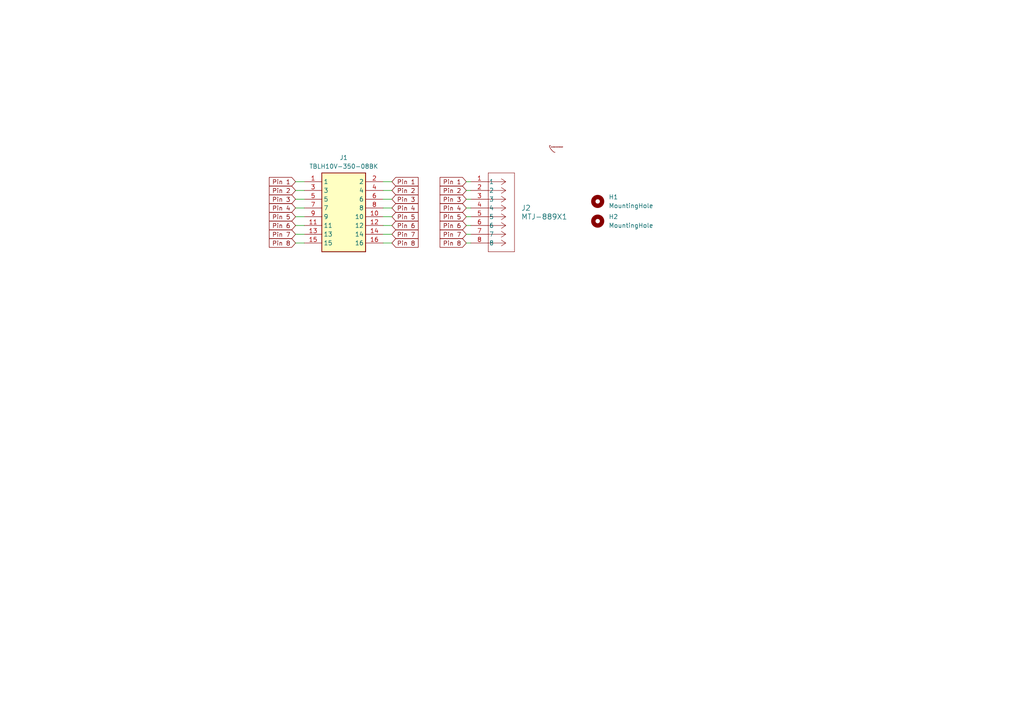
<source format=kicad_sch>
(kicad_sch (version 20230121) (generator eeschema)
  (paper "A4")
  (lib_symbols
    (symbol "LOGO:LOGO" (pin_names (offset 1.016)))
    (symbol "MTJ-889X1:MTJ-889X1" (pin_names (offset 0.254))
      (property "Reference" "J" (at 8.89 6.35 0))
      (property "Value" "MTJ-889X1" (at 0 0 0))
      (symbol "MTJ-889X1_1_1"
        (pin unspecified line (at 0 0 0) (length 5.08) (name "1") (number "1"))
        (pin unspecified line (at 0 -2.54 0) (length 5.08) (name "2") (number "2"))
        (pin unspecified line (at 0 -5.08 0) (length 5.08) (name "3") (number "3"))
        (pin unspecified line (at 0 -7.62 0) (length 5.08) (name "4") (number "4"))
        (pin unspecified line (at 0 -10.16 0) (length 5.08) (name "5") (number "5"))
        (pin unspecified line (at 0 -12.7 0) (length 5.08) (name "6") (number "6"))
        (pin unspecified line (at 0 -15.24 0) (length 5.08) (name "7") (number "7"))
        (pin unspecified line (at 0 -17.78 0) (length 5.08) (name "8") (number "8"))
      )
      (symbol "MTJ-889X1_1_2"
        (pin unspecified line (at 0 0 0) (length 5.08) (name "1") (number "1"))
        (pin unspecified line (at 0 -2.54 0) (length 5.08) (name "2") (number "2"))
        (pin unspecified line (at 0 -5.08 0) (length 5.08) (name "3") (number "3"))
        (pin unspecified line (at 0 -7.62 0) (length 5.08) (name "4") (number "4"))
        (pin unspecified line (at 0 -10.16 0) (length 5.08) (name "5") (number "5"))
        (pin unspecified line (at 0 -12.7 0) (length 5.08) (name "6") (number "6"))
        (pin unspecified line (at 0 -15.24 0) (length 5.08) (name "7") (number "7"))
        (pin unspecified line (at 0 -17.78 0) (length 5.08) (name "8") (number "8"))
      )
    )
    (symbol "Mechanical:MountingHole" (pin_names (offset 1.016))
      (property "Reference" "H" (at 0 5.08 0))
      (property "Value" "MountingHole" (at 0 3.175 0))
    )
    (symbol "TBLH10V-350-08BK:TBLH10V-350-08BK"
      (property "Reference" "J" (at 19.05 7.62 0))
      (property "Value" "TBLH10V-350-08BK" (at 19.05 5.08 0))
      (symbol "TBLH10V-350-08BK_1_1"
        (pin passive line (at 0 0 0) (length 5.08) (name "1") (number "1"))
        (pin passive line (at 22.86 -10.16 180) (length 5.08) (name "10") (number "10"))
        (pin passive line (at 0 -12.7 0) (length 5.08) (name "11") (number "11"))
        (pin passive line (at 22.86 -12.7 180) (length 5.08) (name "12") (number "12"))
        (pin passive line (at 0 -15.24 0) (length 5.08) (name "13") (number "13"))
        (pin passive line (at 22.86 -15.24 180) (length 5.08) (name "14") (number "14"))
        (pin passive line (at 0 -17.78 0) (length 5.08) (name "15") (number "15"))
        (pin passive line (at 22.86 -17.78 180) (length 5.08) (name "16") (number "16"))
        (pin passive line (at 22.86 0 180) (length 5.08) (name "2") (number "2"))
        (pin passive line (at 0 -2.54 0) (length 5.08) (name "3") (number "3"))
        (pin passive line (at 22.86 -2.54 180) (length 5.08) (name "4") (number "4"))
        (pin passive line (at 0 -5.08 0) (length 5.08) (name "5") (number "5"))
        (pin passive line (at 22.86 -5.08 180) (length 5.08) (name "6") (number "6"))
        (pin passive line (at 0 -7.62 0) (length 5.08) (name "7") (number "7"))
        (pin passive line (at 22.86 -7.62 180) (length 5.08) (name "8") (number "8"))
        (pin passive line (at 0 -10.16 0) (length 5.08) (name "9") (number "9"))
      )
    )
  )
  (wire (pts (xy 135.255 62.865) (xy 136.525 62.865)))
  (wire (pts (xy 85.725 65.405) (xy 88.265 65.405)))
  (wire (pts (xy 135.255 52.705) (xy 136.525 52.705)))
  (wire (pts (xy 85.725 62.865) (xy 88.265 62.865)))
  (wire (pts (xy 135.255 70.485) (xy 136.525 70.485)))
  (wire (pts (xy 135.255 55.245) (xy 136.525 55.245)))
  (wire (pts (xy 85.725 57.785) (xy 88.265 57.785)))
  (wire (pts (xy 85.725 60.325) (xy 88.265 60.325)))
  (wire (pts (xy 113.665 67.945) (xy 111.125 67.945)))
  (wire (pts (xy 85.725 70.485) (xy 88.265 70.485)))
  (wire (pts (xy 113.665 70.485) (xy 111.125 70.485)))
  (wire (pts (xy 113.665 65.405) (xy 111.125 65.405)))
  (wire (pts (xy 85.725 67.945) (xy 88.265 67.945)))
  (wire (pts (xy 113.665 62.865) (xy 111.125 62.865)))
  (wire (pts (xy 85.725 52.705) (xy 88.265 52.705)))
  (wire (pts (xy 135.255 67.945) (xy 136.525 67.945)))
  (wire (pts (xy 113.665 55.245) (xy 111.125 55.245)))
  (wire (pts (xy 135.255 57.785) (xy 136.525 57.785)))
  (wire (pts (xy 113.665 52.705) (xy 111.125 52.705)))
  (wire (pts (xy 113.665 60.325) (xy 111.125 60.325)))
  (wire (pts (xy 85.725 55.245) (xy 88.265 55.245)))
  (wire (pts (xy 113.665 57.785) (xy 111.125 57.785)))
  (wire (pts (xy 135.255 65.405) (xy 136.525 65.405)))
  (wire (pts (xy 135.255 60.325) (xy 136.525 60.325)))
  (global_label "Pin 7" (shape input) (at 85.725 67.945 180) (property "Intersheetrefs" "${INTERSHEET_REFS}" (effects hide)))
  (global_label "Pin 7" (shape input) (at 135.255 67.945 180) (property "Intersheetrefs" "${INTERSHEET_REFS}" (effects hide)))
  (global_label "Pin 7" (shape input) (at 113.665 67.945 0) (property "Intersheetrefs" "${INTERSHEET_REFS}" (effects hide)))
  (global_label "Pin 1" (shape input) (at 85.725 52.705 180) (property "Intersheetrefs" "${INTERSHEET_REFS}" (effects hide)))
  (global_label "Pin 1" (shape input) (at 113.665 52.705 0) (property "Intersheetrefs" "${INTERSHEET_REFS}" (effects hide)))
  (global_label "Pin 8" (shape input) (at 135.255 70.485 180) (property "Intersheetrefs" "${INTERSHEET_REFS}" (effects hide)))
  (global_label "Pin 4" (shape input) (at 135.255 60.325 180) (property "Intersheetrefs" "${INTERSHEET_REFS}" (effects hide)))
  (global_label "Pin 3" (shape input) (at 85.725 57.785 180) (property "Intersheetrefs" "${INTERSHEET_REFS}" (effects hide)))
  (global_label "Pin 3" (shape input) (at 113.665 57.785 0) (property "Intersheetrefs" "${INTERSHEET_REFS}" (effects hide)))
  (global_label "Pin 4" (shape input) (at 85.725 60.325 180) (property "Intersheetrefs" "${INTERSHEET_REFS}" (effects hide)))
  (global_label "Pin 4" (shape input) (at 113.665 60.325 0) (property "Intersheetrefs" "${INTERSHEET_REFS}" (effects hide)))
  (global_label "Pin 6" (shape input) (at 113.665 65.405 0) (property "Intersheetrefs" "${INTERSHEET_REFS}" (effects hide)))
  (global_label "Pin 5" (shape input) (at 135.255 62.865 180) (property "Intersheetrefs" "${INTERSHEET_REFS}" (effects hide)))
  (global_label "Pin 2" (shape input) (at 85.725 55.245 180) (property "Intersheetrefs" "${INTERSHEET_REFS}" (effects hide)))
  (global_label "Pin 6" (shape input) (at 85.725 65.405 180) (property "Intersheetrefs" "${INTERSHEET_REFS}" (effects hide)))
  (global_label "Pin 8" (shape input) (at 113.665 70.485 0) (property "Intersheetrefs" "${INTERSHEET_REFS}" (effects hide)))
  (global_label "Pin 8" (shape input) (at 85.725 70.485 180) (property "Intersheetrefs" "${INTERSHEET_REFS}" (effects hide)))
  (global_label "Pin 6" (shape input) (at 135.255 65.405 180) (property "Intersheetrefs" "${INTERSHEET_REFS}" (effects hide)))
  (global_label "Pin 5" (shape input) (at 85.725 62.865 180) (property "Intersheetrefs" "${INTERSHEET_REFS}" (effects hide)))
  (global_label "Pin 3" (shape input) (at 135.255 57.785 180) (property "Intersheetrefs" "${INTERSHEET_REFS}" (effects hide)))
  (global_label "Pin 1" (shape input) (at 135.255 52.705 180) (property "Intersheetrefs" "${INTERSHEET_REFS}" (effects hide)))
  (global_label "Pin 5" (shape input) (at 113.665 62.865 0) (property "Intersheetrefs" "${INTERSHEET_REFS}" (effects hide)))
  (global_label "Pin 2" (shape input) (at 135.255 55.245 180) (property "Intersheetrefs" "${INTERSHEET_REFS}" (effects hide)))
  (global_label "Pin 2" (shape input) (at 113.665 55.245 0) (property "Intersheetrefs" "${INTERSHEET_REFS}" (effects hide)))
  (symbol (lib_id "Mechanical:MountingHole") (at 173.355 58.42 0) (unit 1)
    (property "Reference" "H1" (at 176.53 57.15 0) (effects (justify left)))
    (property "Value" "MountingHole" (at 176.53 59.69 0) (effects (justify left)))
    (property "Footprint" "MountingHole:MountingHole_3.2mm_M3" (effects hide))
  )
  (symbol (lib_id "MTJ-889X1:MTJ-889X1") (at 136.525 52.705 0) (unit 1)
    (property "Reference" "J2" (at 151.13 60.325 0) (effects (font (size 1.524 1.524)) (justify left)))
    (property "Value" "MTJ-889X1" (at 151.13 62.865 0) (effects (font (size 1.524 1.524)) (justify left)))
    (property "Footprint" "MTJ-889X1:CONN_MTJ-889X1_ADM" (effects hide))
    (property "Datasheet" "MTJ-889X1" (effects hide))
  )
  (symbol (lib_id "LOGO:LOGO") (at 161.29 43.18 0) (unit 1)
    (property "Reference" "#G1" (effects hide))
    (property "Value" "LOGO" (effects hide))
    (property "Footprint" "LOGO:RP_Logo" (effects hide))
  )
  (symbol (lib_id "Mechanical:MountingHole") (at 173.355 64.135 0) (unit 1)
    (property "Reference" "H2" (at 176.53 62.865 0) (effects (justify left)))
    (property "Value" "MountingHole" (at 176.53 65.405 0) (effects (justify left)))
    (property "Footprint" "MountingHole:MountingHole_3.2mm_M3" (effects hide))
  )
  (symbol (lib_id "TBLH10V-350-08BK:TBLH10V-350-08BK") (at 88.265 52.705 0) (unit 1)
    (property "Reference" "J1" (at 99.695 45.72 0))
    (property "Value" "TBLH10V-350-08BK" (at 99.695 48.26 0))
    (property "Footprint" "TBLH10V-350-08BK:RHDR16W80P550X350_2X8_2870X850X1420P" (effects hide))
    (property "Datasheet" "https://datasheet.datasheetarchive.com/originals/distributors/Datasheets_SAMA/62bf51551d5aebf1740722b2eb166d63.pdf" (effects hide))
    (property "Height" "14.2" (effects hide))
    (property "Mouser Part Number" "490-TBLH10V-350-08BK" (effects hide))
    (property "Mouser Price/Stock" "https://www.mouser.co.uk/ProductDetail/CUI-Devices/TBLH10V-350-08BK?qs=UXgszm6BlbG3AKcoQWgT3Q%3D%3D" (effects hide))
    (property "Manufacturer_Name" "CUI Devices" (effects hide))
    (property "Manufacturer_Part_Number" "TBLH10V-350-08BK" (effects hide))
  )
)
</source>
